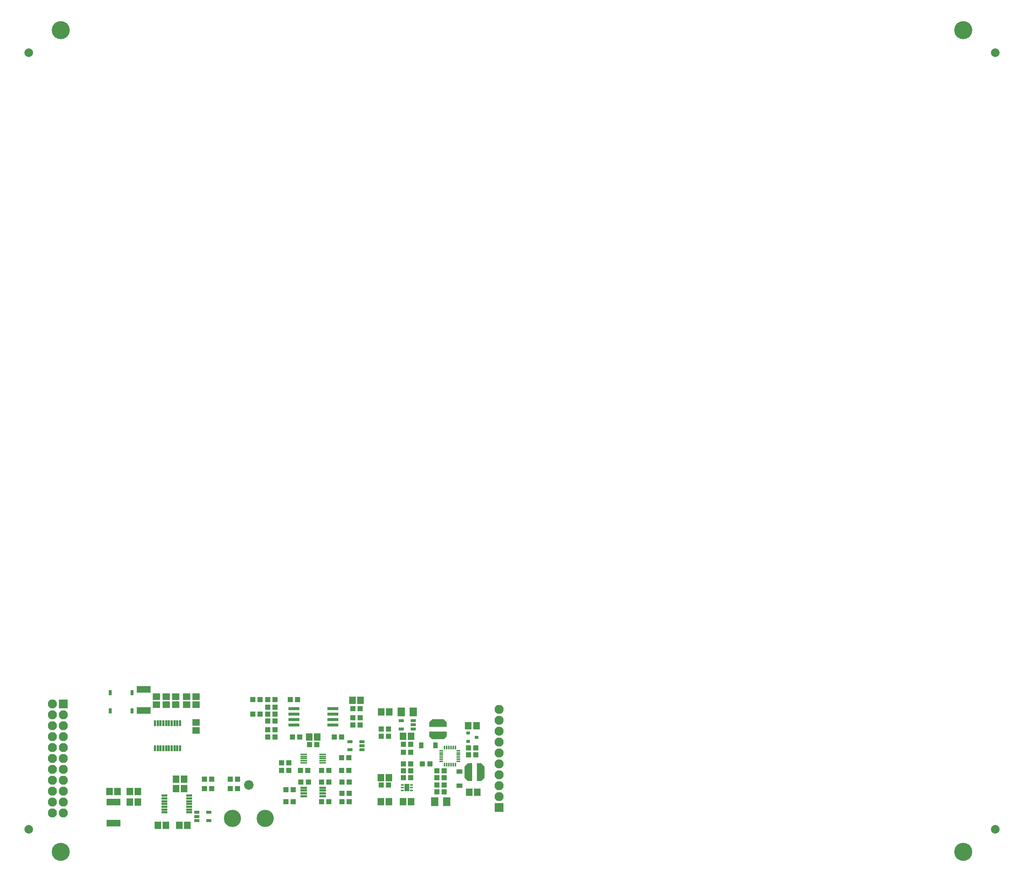
<source format=gts>
%FSLAX24Y24*%
%MOIN*%
G70*
G01*
G75*
G04 Layer_Color=8388736*
%ADD10R,0.1181X0.0551*%
%ADD11R,0.0433X0.0394*%
%ADD12C,0.0394*%
%ADD13R,0.0512X0.0591*%
%ADD14R,0.0433X0.0236*%
%ADD15R,0.0290X0.0220*%
%ADD16R,0.0118X0.0472*%
%ADD17R,0.0571X0.0177*%
%ADD18R,0.0335X0.0110*%
%ADD19R,0.0110X0.0335*%
%ADD20R,0.0276X0.0118*%
%ADD21R,0.0480X0.0358*%
%ADD22R,0.0358X0.0480*%
%ADD23R,0.0500X0.0200*%
%ADD24R,0.0200X0.0500*%
%ADD25R,0.0472X0.0118*%
%ADD26R,0.0551X0.0118*%
%ADD27R,0.0630X0.0709*%
%ADD28R,0.0906X0.0236*%
%ADD29R,0.0236X0.0433*%
%ADD30R,0.0591X0.0512*%
%ADD31C,0.0100*%
%ADD32C,0.0110*%
%ADD33C,0.1575*%
%ADD34C,0.0748*%
%ADD35R,0.0748X0.0748*%
%ADD36C,0.0787*%
%ADD37C,0.1496*%
%ADD38C,0.0280*%
%ADD39C,0.0098*%
%ADD40C,0.0118*%
%ADD41C,0.0050*%
%ADD42C,0.0079*%
%ADD43C,0.0059*%
%ADD44R,0.1161X0.0531*%
%ADD45R,0.0413X0.0374*%
%ADD46C,0.0374*%
%ADD47R,0.0492X0.0571*%
%ADD48R,0.0413X0.0216*%
%ADD49R,0.0270X0.0200*%
%ADD50R,0.0098X0.0452*%
%ADD51R,0.0551X0.0157*%
%ADD52R,0.0315X0.0090*%
%ADD53R,0.0090X0.0315*%
%ADD54R,0.0256X0.0098*%
%ADD55R,0.0460X0.0338*%
%ADD56R,0.0338X0.0460*%
%ADD57R,0.0480X0.0180*%
%ADD58R,0.0180X0.0480*%
%ADD59R,0.0452X0.0098*%
%ADD60R,0.0531X0.0098*%
%ADD61R,0.0610X0.0689*%
%ADD62R,0.0886X0.0216*%
%ADD63R,0.0216X0.0413*%
%ADD64R,0.0571X0.0492*%
%ADD65R,0.1261X0.0631*%
%ADD66R,0.0513X0.0474*%
%ADD67C,0.0787*%
%ADD68R,0.0592X0.0671*%
%ADD69R,0.0513X0.0316*%
%ADD70R,0.0370X0.0300*%
%ADD71R,0.0198X0.0552*%
%ADD72R,0.0610X0.0217*%
%ADD73R,0.0375X0.0150*%
%ADD74R,0.0150X0.0375*%
%ADD75R,0.0316X0.0158*%
%ADD76R,0.0560X0.0438*%
%ADD77R,0.0438X0.0560*%
%ADD78R,0.0580X0.0280*%
%ADD79R,0.0280X0.0580*%
%ADD80R,0.0552X0.0198*%
%ADD81R,0.0591X0.0157*%
%ADD82R,0.0710X0.0789*%
%ADD83R,0.0986X0.0316*%
%ADD84R,0.0316X0.0513*%
%ADD85R,0.0671X0.0592*%
%ADD86C,0.1655*%
%ADD87C,0.0828*%
%ADD88R,0.0828X0.0828*%
%ADD89C,0.0867*%
%ADD90C,0.1576*%
G36*
X14523Y-433D02*
X14528Y-434D01*
X14533Y-435D01*
X14538Y-438D01*
X14542Y-441D01*
X14546Y-444D01*
X14550Y-448D01*
X14552Y-452D01*
X14555Y-457D01*
X14556Y-462D01*
X14557Y-467D01*
X14558Y-472D01*
Y-2008D01*
X14557Y-2013D01*
X14556Y-2018D01*
X14555Y-2023D01*
X14552Y-2028D01*
X14550Y-2032D01*
X14546Y-2036D01*
X14542Y-2040D01*
X14538Y-2043D01*
X14533Y-2045D01*
X14528Y-2047D01*
X14523Y-2048D01*
X14518Y-2048D01*
X14163D01*
X14158Y-2048D01*
X14153Y-2047D01*
X14148Y-2045D01*
X14143Y-2043D01*
X14139Y-2040D01*
X14135Y-2036D01*
X13859Y-1761D01*
X13856Y-1757D01*
X13853Y-1752D01*
X13851Y-1748D01*
X13849Y-1743D01*
X13848Y-1738D01*
X13848Y-1732D01*
Y-748D01*
X13848Y-743D01*
X13849Y-738D01*
X13851Y-733D01*
X13853Y-728D01*
X13856Y-724D01*
X13859Y-720D01*
X14135Y-444D01*
X14139Y-441D01*
X14143Y-438D01*
X14148Y-435D01*
X14153Y-434D01*
X14158Y-433D01*
X14163Y-432D01*
X14518D01*
X14523Y-433D01*
D02*
G37*
G36*
X8774Y-2323D02*
X8777Y-2324D01*
X8781Y-2326D01*
X8784Y-2328D01*
X8786Y-2331D01*
X8788Y-2335D01*
X8789Y-2339D01*
X8790Y-2343D01*
Y-2972D01*
X8789Y-2976D01*
X8788Y-2980D01*
X8786Y-2984D01*
X8784Y-2987D01*
X8781Y-2989D01*
X8777Y-2991D01*
X8774Y-2992D01*
X8770Y-2993D01*
X8376D01*
X8372Y-2992D01*
X8368Y-2991D01*
X8365Y-2989D01*
X8362Y-2987D01*
X8359Y-2984D01*
X8357Y-2980D01*
X8356Y-2976D01*
X8356Y-2972D01*
Y-2343D01*
X8356Y-2339D01*
X8357Y-2335D01*
X8359Y-2331D01*
X8362Y-2328D01*
X8365Y-2326D01*
X8368Y-2324D01*
X8372Y-2323D01*
X8376Y-2322D01*
X8770D01*
X8774Y-2323D01*
D02*
G37*
G36*
X15389Y-433D02*
X15394Y-434D01*
X15399Y-435D01*
X15404Y-438D01*
X15408Y-441D01*
X15412Y-444D01*
X15688Y-720D01*
X15691Y-724D01*
X15694Y-728D01*
X15696Y-733D01*
X15698Y-738D01*
X15699Y-743D01*
X15700Y-748D01*
Y-1732D01*
X15699Y-1738D01*
X15698Y-1743D01*
X15696Y-1748D01*
X15694Y-1752D01*
X15691Y-1757D01*
X15688Y-1761D01*
X15412Y-2036D01*
X15408Y-2040D01*
X15404Y-2043D01*
X15399Y-2045D01*
X15394Y-2047D01*
X15389Y-2048D01*
X15384Y-2048D01*
X15030D01*
X15024Y-2048D01*
X15019Y-2047D01*
X15014Y-2045D01*
X15009Y-2043D01*
X15005Y-2040D01*
X15001Y-2036D01*
X14998Y-2032D01*
X14995Y-2028D01*
X14992Y-2023D01*
X14991Y-2018D01*
X14990Y-2013D01*
X14989Y-2008D01*
Y-472D01*
X14990Y-467D01*
X14991Y-462D01*
X14992Y-457D01*
X14995Y-452D01*
X14998Y-448D01*
X15001Y-444D01*
X15005Y-441D01*
X15009Y-438D01*
X15014Y-435D01*
X15019Y-434D01*
X15024Y-433D01*
X15030Y-432D01*
X15384D01*
X15389Y-433D01*
D02*
G37*
G36*
X11925Y3622D02*
X11930Y3621D01*
X11935Y3620D01*
X11939Y3617D01*
X11944Y3614D01*
X11948Y3611D01*
X12223Y3335D01*
X12227Y3331D01*
X12230Y3327D01*
X12232Y3322D01*
X12234Y3317D01*
X12235Y3312D01*
X12235Y3307D01*
Y2953D01*
X12235Y2948D01*
X12234Y2942D01*
X12232Y2937D01*
X12230Y2933D01*
X12227Y2928D01*
X12223Y2924D01*
X12219Y2921D01*
X12215Y2918D01*
X12210Y2916D01*
X12205Y2914D01*
X12200Y2913D01*
X12195Y2913D01*
X10659D01*
X10654Y2913D01*
X10649Y2914D01*
X10644Y2916D01*
X10639Y2918D01*
X10635Y2921D01*
X10631Y2924D01*
X10628Y2928D01*
X10625Y2933D01*
X10622Y2937D01*
X10621Y2942D01*
X10620Y2948D01*
X10619Y2953D01*
Y3307D01*
X10620Y3312D01*
X10621Y3317D01*
X10622Y3322D01*
X10625Y3327D01*
X10628Y3331D01*
X10631Y3335D01*
X10907Y3611D01*
X10911Y3614D01*
X10915Y3617D01*
X10920Y3620D01*
X10925Y3621D01*
X10930Y3622D01*
X10935Y3623D01*
X11919D01*
X11925Y3622D01*
D02*
G37*
G36*
X12200Y2481D02*
X12205Y2480D01*
X12210Y2478D01*
X12215Y2476D01*
X12219Y2473D01*
X12223Y2469D01*
X12227Y2465D01*
X12230Y2461D01*
X12232Y2456D01*
X12234Y2451D01*
X12235Y2446D01*
X12235Y2441D01*
Y2087D01*
X12235Y2081D01*
X12234Y2076D01*
X12232Y2071D01*
X12230Y2067D01*
X12227Y2062D01*
X12223Y2058D01*
X11948Y1783D01*
X11944Y1779D01*
X11939Y1776D01*
X11935Y1774D01*
X11930Y1772D01*
X11925Y1771D01*
X11919Y1771D01*
X10935D01*
X10930Y1771D01*
X10925Y1772D01*
X10920Y1774D01*
X10915Y1776D01*
X10911Y1779D01*
X10907Y1783D01*
X10631Y2058D01*
X10628Y2062D01*
X10625Y2067D01*
X10622Y2071D01*
X10621Y2076D01*
X10620Y2081D01*
X10619Y2087D01*
Y2441D01*
X10620Y2446D01*
X10621Y2451D01*
X10622Y2456D01*
X10625Y2461D01*
X10628Y2465D01*
X10631Y2469D01*
X10635Y2473D01*
X10639Y2476D01*
X10644Y2478D01*
X10649Y2480D01*
X10654Y2481D01*
X10659Y2481D01*
X12195D01*
X12200Y2481D01*
D02*
G37*
G54D65*
X-18307Y-3992D02*
D03*
Y-5921D02*
D03*
X-15551Y6358D02*
D03*
Y4429D02*
D03*
G54D66*
X-9980Y-2756D02*
D03*
X-9311D02*
D03*
X-9980Y-1870D02*
D03*
X-9311D02*
D03*
X-7612Y-1870D02*
D03*
X-6943D02*
D03*
X-7612Y-2756D02*
D03*
X-6943D02*
D03*
X11339Y-3041D02*
D03*
X12008D02*
D03*
X-2894Y-394D02*
D03*
X-2224D02*
D03*
X4295Y4589D02*
D03*
X3626D02*
D03*
X-1240Y1969D02*
D03*
X-1909D02*
D03*
X1929D02*
D03*
X2598D02*
D03*
X-335Y1280D02*
D03*
X335D02*
D03*
X748Y-2165D02*
D03*
X1417D02*
D03*
X-2500Y-3937D02*
D03*
X-1831D02*
D03*
X2579Y98D02*
D03*
X3248D02*
D03*
X3626Y3760D02*
D03*
X4295D02*
D03*
X-4173Y1969D02*
D03*
X-3504D02*
D03*
X-4173Y4724D02*
D03*
X-3504D02*
D03*
X8268Y-1122D02*
D03*
X8937D02*
D03*
X14911Y335D02*
D03*
X14242D02*
D03*
X8268Y593D02*
D03*
X8937D02*
D03*
X-2894Y-1083D02*
D03*
X-2224D02*
D03*
X-492D02*
D03*
X-1161D02*
D03*
X3626Y3089D02*
D03*
X4295D02*
D03*
X3248Y-1083D02*
D03*
X2579D02*
D03*
X758D02*
D03*
X1427D02*
D03*
X1417Y-3937D02*
D03*
X748D02*
D03*
X3287Y-2165D02*
D03*
X2618D02*
D03*
X3287Y-3937D02*
D03*
X2618D02*
D03*
X-1825Y-2854D02*
D03*
X-2494D02*
D03*
X3287Y-3179D02*
D03*
X2618D02*
D03*
X-453Y-2165D02*
D03*
X-1122D02*
D03*
X-4173Y5413D02*
D03*
X-3504D02*
D03*
X-5551D02*
D03*
X-4882D02*
D03*
X-1447D02*
D03*
X-2116D02*
D03*
X-3504Y2657D02*
D03*
X-4173D02*
D03*
X-3504Y4089D02*
D03*
X-4173D02*
D03*
X6890Y-2402D02*
D03*
X6220D02*
D03*
X8937Y-1762D02*
D03*
X8268D02*
D03*
X-4173Y3445D02*
D03*
X-3504D02*
D03*
X8268Y-482D02*
D03*
X8937D02*
D03*
X-5551Y4089D02*
D03*
X-4882D02*
D03*
X8268Y1319D02*
D03*
X8937D02*
D03*
X6890Y2717D02*
D03*
X6220D02*
D03*
X6220Y2045D02*
D03*
X6890D02*
D03*
X11339Y-1122D02*
D03*
X12008D02*
D03*
X10010Y-482D02*
D03*
X10679D02*
D03*
X12008Y-1762D02*
D03*
X11339D02*
D03*
X11339Y-2402D02*
D03*
X12008D02*
D03*
X14911Y984D02*
D03*
X14242D02*
D03*
G54D67*
X-26077Y64764D02*
D03*
X62506D02*
D03*
X62506Y-6496D02*
D03*
X-26077D02*
D03*
G54D68*
X-11831Y-1870D02*
D03*
X-12579D02*
D03*
X-11831Y-2756D02*
D03*
X-12579D02*
D03*
X4335Y5337D02*
D03*
X3587D02*
D03*
X-374Y1969D02*
D03*
X374D02*
D03*
X8228Y-3937D02*
D03*
X8976D02*
D03*
X6929Y-1762D02*
D03*
X6181D02*
D03*
X6929Y-3937D02*
D03*
X6181D02*
D03*
X14282Y-3091D02*
D03*
X15030D02*
D03*
X14203Y3002D02*
D03*
X14951D02*
D03*
X8228Y2045D02*
D03*
X8976D02*
D03*
X6969Y4272D02*
D03*
X6220D02*
D03*
X-16063Y-3008D02*
D03*
X-16811D02*
D03*
X-18681D02*
D03*
X-17933D02*
D03*
X-12283Y-6102D02*
D03*
X-11535D02*
D03*
X-13504D02*
D03*
X-14252D02*
D03*
X-16063Y-3992D02*
D03*
X-16811D02*
D03*
G54D69*
X4478Y1181D02*
D03*
Y1555D02*
D03*
Y807D02*
D03*
X3376Y1555D02*
D03*
Y807D02*
D03*
X-9567Y-4931D02*
D03*
Y-5679D02*
D03*
X-10669Y-4931D02*
D03*
Y-5679D02*
D03*
Y-5305D02*
D03*
X9154Y3100D02*
D03*
Y3474D02*
D03*
Y2726D02*
D03*
X8051Y3474D02*
D03*
Y2726D02*
D03*
G54D70*
X14187Y1584D02*
D03*
X14967Y1959D02*
D03*
X14187Y2334D02*
D03*
G54D71*
X-12205Y3248D02*
D03*
X-12461D02*
D03*
X-12717D02*
D03*
X-12972D02*
D03*
X-13228D02*
D03*
X-13484D02*
D03*
X-13740D02*
D03*
X-13996D02*
D03*
X-14252D02*
D03*
X-14508D02*
D03*
X-14508Y965D02*
D03*
X-14252D02*
D03*
X-13996D02*
D03*
X-13740D02*
D03*
X-13484D02*
D03*
X-13228D02*
D03*
X-12972D02*
D03*
X-12717D02*
D03*
X-12461D02*
D03*
X-12205D02*
D03*
G54D72*
X-866Y-2923D02*
D03*
Y-3179D02*
D03*
Y-3435D02*
D03*
Y-2667D02*
D03*
X866D02*
D03*
Y-2923D02*
D03*
Y-3179D02*
D03*
Y-3435D02*
D03*
G54D73*
X11742Y-256D02*
D03*
X11742Y-59D02*
D03*
Y138D02*
D03*
Y335D02*
D03*
Y531D02*
D03*
Y728D02*
D03*
X13297D02*
D03*
Y531D02*
D03*
Y335D02*
D03*
Y138D02*
D03*
Y-59D02*
D03*
X13297Y-256D02*
D03*
D03*
G54D74*
X13012Y1014D02*
D03*
X12815D02*
D03*
X12618D02*
D03*
X12421D02*
D03*
X12224D02*
D03*
X12028Y1014D02*
D03*
X13012Y-541D02*
D03*
X12815D02*
D03*
X12618D02*
D03*
X12421D02*
D03*
X12224D02*
D03*
X12028D02*
D03*
G54D75*
X8986Y-2913D02*
D03*
Y-2657D02*
D03*
Y-2402D02*
D03*
X8159D02*
D03*
Y-2657D02*
D03*
Y-2913D02*
D03*
G54D76*
X13396Y-1187D02*
D03*
Y-2474D02*
D03*
G54D77*
X9898Y1220D02*
D03*
X11185D02*
D03*
G54D78*
X15357Y-1240D02*
D03*
X14191D02*
D03*
G54D79*
X11427Y3280D02*
D03*
Y2114D02*
D03*
G54D80*
X-13642Y-4931D02*
D03*
Y-4675D02*
D03*
Y-4419D02*
D03*
Y-4163D02*
D03*
Y-3907D02*
D03*
Y-3652D02*
D03*
Y-3396D02*
D03*
X-11358D02*
D03*
Y-3652D02*
D03*
Y-3907D02*
D03*
Y-4163D02*
D03*
Y-4419D02*
D03*
Y-4675D02*
D03*
Y-4931D02*
D03*
G54D81*
X-866Y394D02*
D03*
Y197D02*
D03*
Y0D02*
D03*
Y-197D02*
D03*
Y-394D02*
D03*
X866Y394D02*
D03*
Y197D02*
D03*
Y0D02*
D03*
Y-197D02*
D03*
Y-394D02*
D03*
G54D82*
X12224Y-3937D02*
D03*
X11122D02*
D03*
X9154Y4272D02*
D03*
X8051D02*
D03*
G54D83*
X-1781Y4589D02*
D03*
Y4089D02*
D03*
Y3589D02*
D03*
Y3089D02*
D03*
X1781Y4589D02*
D03*
Y4089D02*
D03*
Y3589D02*
D03*
Y3089D02*
D03*
G54D84*
X-16618Y4390D02*
D03*
X-18618Y6043D02*
D03*
Y4390D02*
D03*
X-16618Y6043D02*
D03*
G54D85*
X-10728Y2579D02*
D03*
Y3327D02*
D03*
Y4941D02*
D03*
Y5689D02*
D03*
X-12598Y4941D02*
D03*
Y5689D02*
D03*
X-11614Y4941D02*
D03*
Y5689D02*
D03*
X-13484Y4941D02*
D03*
Y5689D02*
D03*
X-14370Y4941D02*
D03*
Y5689D02*
D03*
G54D86*
X-23124Y66831D02*
D03*
X59553D02*
D03*
X59553Y-8563D02*
D03*
X-23124D02*
D03*
G54D87*
X17028Y2500D02*
D03*
Y3500D02*
D03*
Y4500D02*
D03*
Y-500D02*
D03*
Y500D02*
D03*
Y1500D02*
D03*
Y-1500D02*
D03*
Y-2500D02*
D03*
Y-3500D02*
D03*
X-23906Y-4000D02*
D03*
X-22906Y-5000D02*
D03*
X-23906Y-2000D02*
D03*
Y-1000D02*
D03*
Y-0D02*
D03*
Y1000D02*
D03*
Y2000D02*
D03*
Y3000D02*
D03*
Y4000D02*
D03*
X-22906Y-2000D02*
D03*
Y-3000D02*
D03*
Y-4000D02*
D03*
Y1000D02*
D03*
Y-0D02*
D03*
Y-1000D02*
D03*
Y2000D02*
D03*
Y3000D02*
D03*
Y4000D02*
D03*
X-23906Y-5000D02*
D03*
Y5000D02*
D03*
Y-3000D02*
D03*
G54D88*
X17028Y-4500D02*
D03*
X-22906Y5000D02*
D03*
G54D89*
X-5906Y-2402D02*
D03*
G54D90*
X-7402Y-5472D02*
D03*
X-4409D02*
D03*
M02*

</source>
